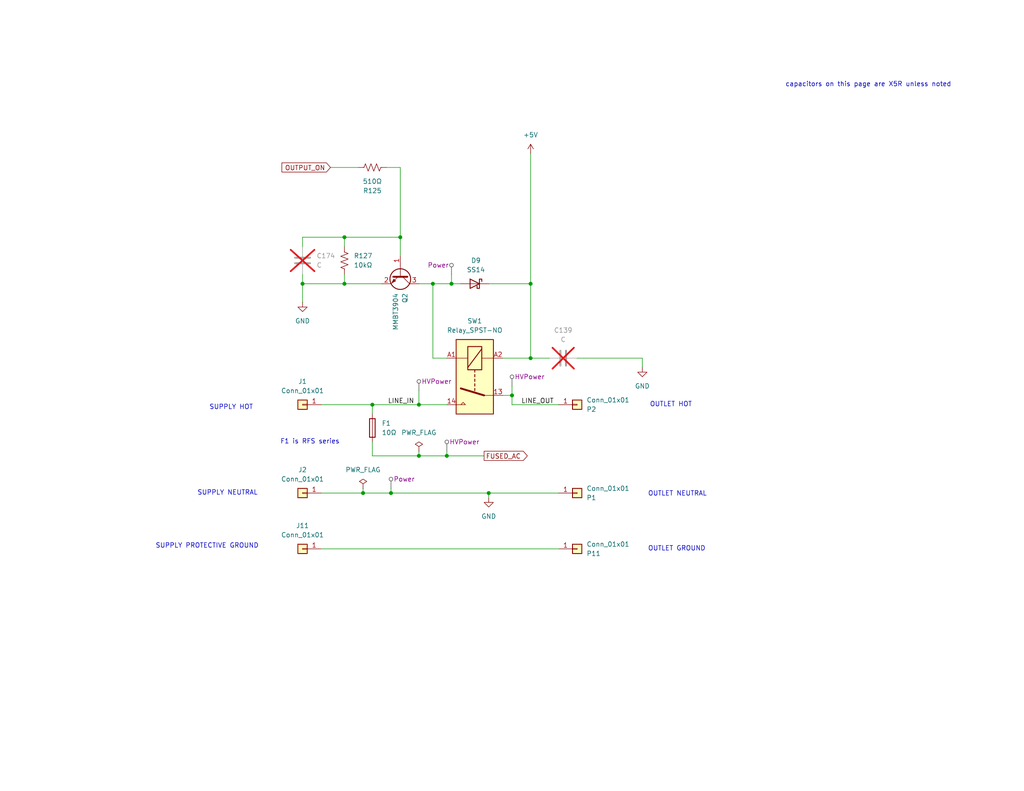
<source format=kicad_sch>
(kicad_sch (version 20250114) (generator "eeschema") (generator_version "9.0")
  (paper "USLetter")
  (title_block (title "T smart switched power outlet"))
  (lib_symbols
    (symbol "Connector_Generic:Conn_01x01" (pin_names (offset 1.016) (hide yes))
      (property "Reference" "J" (at 0 2.54 0))
      (property "Value" "Conn_01x01" (at 0 -2.54 0))
      (symbol "Conn_01x01_1_1"
        (rectangle (start -1.27 1.27) (end 1.27 -1.27) (stroke (width 0.254)) (fill (type background)))
        (rectangle (start -1.27 0.127) (end 0 -0.127) (stroke (width 0.1524)))
        (pin passive line (at -5.08 0 0) (length 3.81) (name "Pin_1") (number "1"))
      )
    )
    (symbol "Device:C" (pin_numbers (hide yes)) (pin_names (offset 0.254))
      (property "Reference" "C" (at 0.635 2.54 0))
      (property "Value" "C" (at 0.635 -2.54 0))
      (symbol "C_0_1"
        (polyline (pts (xy -2.032 0.762) (xy 2.032 0.762)) (stroke (width 0.508)))
        (polyline (pts (xy -2.032 -0.762) (xy 2.032 -0.762)) (stroke (width 0.508)))
      )
      (symbol "C_1_1"
        (pin passive line (at 0 3.81 270) (length 2.794) (name "~") (number "1"))
        (pin passive line (at 0 -3.81 90) (length 2.794) (name "~") (number "2"))
      )
    )
    (symbol "Device:D_Schottky" (pin_numbers (hide yes)) (pin_names (offset 1.016) (hide yes))
      (property "Reference" "D" (at 0 2.54 0))
      (property "Value" "D_Schottky" (at 0 -2.54 0))
      (symbol "D_Schottky_0_1"
        (polyline (pts (xy -1.905 0.635) (xy -1.905 1.27) (xy -1.27 1.27) (xy -1.27 -1.27) (xy -0.635 -1.27) (xy -0.635 -0.635)) (stroke (width 0.254)))
        (polyline (pts (xy 1.27 1.27) (xy 1.27 -1.27) (xy -1.27 0) (xy 1.27 1.27)) (stroke (width 0.254)))
        (polyline (pts (xy 1.27 0) (xy -1.27 0)))
      )
      (symbol "D_Schottky_1_1"
        (pin passive line (at -3.81 0 0) (length 2.54) (name "K") (number "1"))
        (pin passive line (at 3.81 0 180) (length 2.54) (name "A") (number "2"))
      )
    )
    (symbol "Device:Fuse" (pin_numbers (hide yes)) (pin_names (offset 0))
      (property "Reference" "F" (at 2.032 0 90))
      (property "Value" "Fuse" (at -1.905 0 90))
      (symbol "Fuse_0_1"
        (rectangle (start -0.762 -2.54) (end 0.762 2.54) (stroke (width 0.254)))
        (polyline (pts (xy 0 2.54) (xy 0 -2.54)))
      )
      (symbol "Fuse_1_1"
        (pin passive line (at 0 3.81 270) (length 1.27) (name "~") (number "1"))
        (pin passive line (at 0 -3.81 90) (length 1.27) (name "~") (number "2"))
      )
    )
    (symbol "Device:R_US" (pin_numbers (hide yes)) (pin_names (offset 0))
      (property "Reference" "R" (at 2.54 0 90))
      (property "Value" "R_US" (at -2.54 0 90))
      (symbol "R_US_0_1"
        (polyline (pts (xy 0 2.286) (xy 0 2.54)))
        (polyline (pts (xy 0 2.286) (xy 1.016 1.905) (xy 0 1.524) (xy -1.016 1.143) (xy 0 0.762)))
        (polyline (pts (xy 0 0.762) (xy 1.016 0.381) (xy 0 0) (xy -1.016 -0.381) (xy 0 -0.762)))
        (polyline (pts (xy 0 -0.762) (xy 1.016 -1.143) (xy 0 -1.524) (xy -1.016 -1.905) (xy 0 -2.286)))
        (polyline (pts (xy 0 -2.286) (xy 0 -2.54)))
      )
      (symbol "R_US_1_1"
        (pin passive line (at 0 3.81 270) (length 1.27) (name "~") (number "1"))
        (pin passive line (at 0 -3.81 90) (length 1.27) (name "~") (number "2"))
      )
    )
    (symbol "Relay:Relay_SPST-NO"
      (property "Reference" "K" (at 11.43 3.81 0))
      (property "Value" "Relay_SPST-NO" (at 11.43 1.27 0))
      (symbol "Relay_SPST-NO_0_0"
        (polyline (pts (xy 7.62 5.08) (xy 7.62 2.54) (xy 6.985 3.175) (xy 7.62 3.81)))
      )
      (symbol "Relay_SPST-NO_0_1"
        (rectangle (start -10.16 5.08) (end 10.16 -5.08) (stroke (width 0.254)) (fill (type background)))
        (rectangle (start -8.255 1.905) (end -1.905 -1.905) (stroke (width 0.254)))
        (polyline (pts (xy -7.62 -1.905) (xy -2.54 1.905)) (stroke (width 0.254)))
        (polyline (pts (xy -5.08 5.08) (xy -5.08 1.905)))
        (polyline (pts (xy -5.08 -5.08) (xy -5.08 -1.905)))
        (polyline (pts (xy -1.905 0) (xy -1.27 0)) (stroke (width 0.254)))
        (polyline (pts (xy -0.635 0) (xy 0 0)) (stroke (width 0.254)))
        (polyline (pts (xy 0.635 0) (xy 1.27 0)) (stroke (width 0.254)))
        (polyline (pts (xy 1.905 0) (xy 2.54 0)) (stroke (width 0.254)))
        (polyline (pts (xy 3.175 0) (xy 3.81 0)) (stroke (width 0.254)))
        (polyline (pts (xy 5.08 -2.54) (xy 3.175 3.81)) (stroke (width 0.508)))
        (polyline (pts (xy 5.08 -2.54) (xy 5.08 -5.08)))
      )
      (symbol "Relay_SPST-NO_1_1"
        (pin passive line (at -5.08 7.62 270) (length 2.54) (name "~") (number "A1"))
        (pin passive line (at -5.08 -7.62 90) (length 2.54) (name "~") (number "A2"))
        (pin passive line (at 5.08 -7.62 90) (length 2.54) (name "~") (number "13"))
        (pin passive line (at 7.62 7.62 270) (length 2.54) (name "~") (number "14"))
      )
    )
    (symbol "Transistor_BJT:MMBT3904" (pin_names (offset 0) (hide yes))
      (property "Reference" "Q" (at 5.08 1.905 0))
      (property "Value" "MMBT3904" (at 5.08 0 0))
      (symbol "MMBT3904_0_1"
        (polyline (pts (xy -2.54 0) (xy 0.635 0)))
        (polyline (pts (xy 0.635 1.905) (xy 0.635 -1.905)) (stroke (width 0.508)))
        (circle (center 1.27 0) (radius 2.8194) (stroke (width 0.254)))
      )
      (symbol "MMBT3904_1_1"
        (polyline (pts (xy 0.635 0.635) (xy 2.54 2.54)))
        (polyline (pts (xy 0.635 -0.635) (xy 2.54 -2.54)))
        (polyline (pts (xy 1.27 -1.778) (xy 1.778 -1.27) (xy 2.286 -2.286) (xy 1.27 -1.778)) (fill (type outline)))
        (pin input line (at -5.08 0 0) (length 2.54) (name "B") (number "1"))
        (pin passive line (at 2.54 5.08 270) (length 2.54) (name "C") (number "3"))
        (pin passive line (at 2.54 -5.08 90) (length 2.54) (name "E") (number "2"))
      )
    )
    (symbol "power:+5V" (power) (pin_numbers (hide yes)) (pin_names (offset 0) (hide yes))
      (property "Value" "+5V" (at 0 3.556 0))
      (symbol "+5V_0_1"
        (polyline (pts (xy -0.762 1.27) (xy 0 2.54)))
        (polyline (pts (xy 0 2.54) (xy 0.762 1.27)))
        (polyline (pts (xy 0 0) (xy 0 2.54)))
      )
      (symbol "+5V_1_1"
        (pin power_in line (at 0 0 90) (length 0) (name "~") (number "1"))
      )
    )
    (symbol "power:GND" (power) (pin_numbers (hide yes)) (pin_names (offset 0) (hide yes))
      (property "Value" "GND" (at 0 -3.81 0))
      (symbol "GND_0_1"
        (polyline (pts (xy 0 0) (xy 0 -1.27) (xy 1.27 -1.27) (xy 0 -2.54) (xy -1.27 -1.27) (xy 0 -1.27)))
      )
      (symbol "GND_1_1"
        (pin power_in line (at 0 0 270) (length 0) (name "~") (number "1"))
      )
    )
    (symbol "power:PWR_FLAG" (power) (pin_numbers (hide yes)) (pin_names (offset 0) (hide yes))
      (property "Value" "PWR_FLAG" (at 0 3.81 0))
      (symbol "PWR_FLAG_0_0"
        (pin power_out line (at 0 0 90) (length 0) (name "~") (number "1"))
      )
      (symbol "PWR_FLAG_0_1"
        (polyline (pts (xy 0 0) (xy 0 1.27) (xy -1.016 1.905) (xy 0 2.54) (xy 1.016 1.905) (xy 0 1.27)))
      )
    )
  )
  (text "SUPPLY NEUTRAL" (at 70.358 134.62 0) (effects (font (size 1.27 1.27)) (justify right)))
  (text "F1 is RFS series" (at 84.582 120.65 0) (effects (font (size 1.27 1.27))))
  (text "OUTLET GROUND" (at 176.784 149.86 0) (effects (font (size 1.27 1.27)) (justify left)))
  (text "OUTLET NEUTRAL" (at 176.784 134.874 0) (effects (font (size 1.27 1.27)) (justify left)))
  (text "SUPPLY HOT" (at 69.088 111.252 0) (effects (font (size 1.27 1.27)) (justify right)))
  (text "SUPPLY PROTECTIVE GROUND" (at 70.612 149.098 0) (effects (font (size 1.27 1.27)) (justify right)))
  (text "OUTLET HOT" (at 177.292 110.49 0) (effects (font (size 1.27 1.27)) (justify left)))
  (text "capacitors on this page are X5R unless noted" (at 259.588 23.114 0) (effects (font (size 1.27 1.27)) (justify right)))
  (junction (at 82.55 77.47))
  (junction (at 109.22 64.77))
  (junction (at 144.78 97.79))
  (junction (at 114.3 124.46))
  (junction (at 93.98 64.77))
  (junction (at 93.98 77.47))
  (junction (at 144.78 77.47))
  (junction (at 133.35 134.62))
  (junction (at 118.11 77.47))
  (junction (at 121.92 124.46))
  (junction (at 106.68 134.62))
  (junction (at 139.7 107.95))
  (junction (at 114.3 110.49))
  (junction (at 101.6 110.49))
  (junction (at 123.19 77.47))
  (junction (at 99.06 134.62))
  (wire (pts (xy 144.78 41.91) (xy 144.78 77.47)))
  (wire (pts (xy 149.86 97.79) (xy 144.78 97.79)))
  (wire (pts (xy 87.63 149.86) (xy 152.4 149.86)))
  (wire (pts (xy 139.7 105.41) (xy 139.7 107.95)))
  (wire (pts (xy 93.98 64.77) (xy 82.55 64.77)))
  (wire (pts (xy 118.11 77.47) (xy 123.19 77.47)))
  (wire (pts (xy 114.3 123.19) (xy 114.3 124.46)))
  (wire (pts (xy 93.98 64.77) (xy 109.22 64.77)))
  (wire (pts (xy 114.3 106.68) (xy 114.3 110.49)))
  (wire (pts (xy 93.98 64.77) (xy 93.98 67.31)))
  (wire (pts (xy 133.35 134.62) (xy 133.35 135.89)))
  (wire (pts (xy 93.98 74.93) (xy 93.98 77.47)))
  (wire (pts (xy 105.41 45.72) (xy 109.22 45.72)))
  (wire (pts (xy 99.06 133.35) (xy 99.06 134.62)))
  (wire (pts (xy 175.26 97.79) (xy 175.26 100.33)))
  (wire (pts (xy 93.98 77.47) (xy 104.14 77.47)))
  (wire (pts (xy 118.11 97.79) (xy 121.92 97.79)))
  (wire (pts (xy 133.35 134.62) (xy 152.4 134.62)))
  (wire (pts (xy 121.92 123.19) (xy 121.92 124.46)))
  (wire (pts (xy 132.08 124.46) (xy 121.92 124.46)))
  (wire (pts (xy 101.6 110.49) (xy 101.6 113.03)))
  (wire (pts (xy 106.68 133.35) (xy 106.68 134.62)))
  (wire (pts (xy 144.78 77.47) (xy 133.35 77.47)))
  (wire (pts (xy 101.6 124.46) (xy 114.3 124.46)))
  (wire (pts (xy 99.06 134.62) (xy 106.68 134.62)))
  (wire (pts (xy 106.68 134.62) (xy 133.35 134.62)))
  (wire (pts (xy 82.55 77.47) (xy 82.55 82.55)))
  (wire (pts (xy 93.98 77.47) (xy 82.55 77.47)))
  (wire (pts (xy 137.16 107.95) (xy 139.7 107.95)))
  (wire (pts (xy 118.11 77.47) (xy 118.11 97.79)))
  (wire (pts (xy 139.7 110.49) (xy 152.4 110.49)))
  (wire (pts (xy 90.17 45.72) (xy 97.79 45.72)))
  (wire (pts (xy 123.19 77.47) (xy 125.73 77.47)))
  (wire (pts (xy 144.78 77.47) (xy 144.78 97.79)))
  (wire (pts (xy 101.6 110.49) (xy 114.3 110.49)))
  (wire (pts (xy 139.7 110.49) (xy 139.7 107.95)))
  (wire (pts (xy 114.3 110.49) (xy 121.92 110.49)))
  (wire (pts (xy 123.19 74.93) (xy 123.19 77.47)))
  (wire (pts (xy 82.55 67.31) (xy 82.55 64.77)))
  (wire (pts (xy 114.3 77.47) (xy 118.11 77.47)))
  (wire (pts (xy 109.22 45.72) (xy 109.22 64.77)))
  (wire (pts (xy 87.63 110.49) (xy 101.6 110.49)))
  (wire (pts (xy 101.6 120.65) (xy 101.6 124.46)))
  (wire (pts (xy 109.22 64.77) (xy 109.22 69.85)))
  (wire (pts (xy 175.26 97.79) (xy 157.48 97.79)))
  (wire (pts (xy 87.63 134.62) (xy 99.06 134.62)))
  (wire (pts (xy 121.92 124.46) (xy 114.3 124.46)))
  (wire (pts (xy 82.55 77.47) (xy 82.55 74.93)))
  (wire (pts (xy 144.78 97.79) (xy 137.16 97.79)))
  (label "LINE_OUT" (at 151.13 110.49 180))
  (label "LINE_IN" (at 113.03 110.49 180))
  (global_label "FUSED_AC" (shape output) (at 132.08 124.46 0) (property "Intersheetrefs" "${INTERSHEET_REFS}" (effects (hide yes))))
  (global_label "OUTPUT_ON" (shape input) (at 90.17 45.72 180) (property "Intersheetrefs" "${INTERSHEET_REFS}" (effects (hide yes))))
  (netclass_flag "" (length 2.54) (shape round) (at 121.92 123.19 0) (property "Netclass" "HVPower" (at 122.6185 120.65 0) (effects (justify left))))
  (netclass_flag "" (length 2.54) (shape round) (at 106.68 133.35 0) (property "Netclass" "Power" (at 107.3785 130.81 0) (effects (justify left))))
  (netclass_flag "" (length 2.54) (shape round) (at 123.19 74.93 0) (property "Netclass" "Power" (at 122.4915 72.39 0) (effects (justify right))))
  (netclass_flag "" (length 2.54) (shape round) (at 139.7 105.41 0) (property "Netclass" "HVPower" (at 140.3985 102.87 0) (effects (justify left))))
  (netclass_flag "" (length 2.54) (shape round) (at 114.3 106.68 0) (property "Netclass" "HVPower" (at 114.9985 104.14 0) (effects (justify left))))
  (symbol (lib_id "Device:R_US") (at 101.6 45.72 270) (unit 1)
    (property "Reference" "R125" (at 101.6 52.07 90))
    (property "Value" "510Ω" (at 101.6 49.53 90))
    (property "Footprint" "Resistor_SMD:R_0603_1608Metric" (effects (hide yes)))
    (property "Description" "Resistor, US symbol" (effects (hide yes)))
  )
  (symbol (lib_id "Connector_Generic:Conn_01x01") (at 157.48 110.49 0) (mirror x) (unit 1)
    (property "Reference" "P2" (at 160.02 111.7601 0) (effects (justify left)))
    (property "Value" "Conn_01x01" (at 160.02 109.2201 0) (effects (justify left)))
    (property "Footprint" "designfootprints:NEMA_5R_slot" (effects (hide yes)))
    (property "Description" "Generic connector, single row, 01x01, script generated (kicad-library-utils/schlib/autogen/connector/)" (effects (hide yes)))
  )
  (symbol (lib_id "Device:C") (at 82.55 71.12 0) (unit 1) (dnp yes)
    (property "Reference" "C174" (at 86.36 69.8499 0) (effects (justify left)))
    (property "Value" "C" (at 86.36 72.3899 0) (effects (justify left)))
    (property "Footprint" "Capacitor_SMD:C_0603_1608Metric" (effects (hide yes)))
    (property "Description" "Unpolarized capacitor" (effects (hide yes)))
  )
  (symbol (lib_id "power:PWR_FLAG") (at 99.06 133.35 0) (unit 1)
    (property "Reference" "#FLG02" (effects (hide yes)))
    (property "Value" "PWR_FLAG" (at 99.06 128.27 0))
    (property "Description" "Special symbol for telling ERC where power comes from" (effects (hide yes)))
  )
  (symbol (lib_id "Device:D_Schottky") (at 129.54 77.47 0) (mirror y) (unit 1)
    (property "Reference" "D9" (at 129.8575 71.12 0))
    (property "Value" "SS14" (at 129.8575 73.66 0))
    (property "Footprint" "Diode_SMD:D_SOD-123F" (effects (hide yes)))
    (property "Description" "Schottky diode" (effects (hide yes)))
  )
  (symbol (lib_id "Connector_Generic:Conn_01x01") (at 82.55 110.49 180) (unit 1)
    (property "Reference" "J1" (at 82.55 104.14 0))
    (property "Value" "Conn_01x01" (at 82.55 106.68 0))
    (property "Footprint" "designfootprints:NEMA_5P_pin" (effects (hide yes)))
    (property "Description" "Generic connector, single row, 01x01, script generated (kicad-library-utils/schlib/autogen/connector/)" (effects (hide yes)))
  )
  (symbol (lib_id "power:GND") (at 82.55 82.55 0) (unit 1)
    (property "Reference" "#PWR01" (effects (hide yes)))
    (property "Value" "GND" (at 82.55 87.63 0))
    (property "Description" "Power symbol creates a global label with name \"GND\" , ground" (effects (hide yes)))
  )
  (symbol (lib_id "power:+5V") (at 144.78 41.91 0) (mirror y) (unit 1)
    (property "Reference" "#PWR02" (effects (hide yes)))
    (property "Value" "+5V" (at 144.78 36.83 0))
    (property "Description" "Power symbol creates a global label with name \"+5V\"" (effects (hide yes)))
  )
  (symbol (lib_id "Device:R_US") (at 93.98 71.12 180) (unit 1)
    (property "Reference" "R127" (at 96.52 69.8499 0) (effects (justify right)))
    (property "Value" "10kΩ" (at 96.52 72.3899 0) (effects (justify right)))
    (property "Footprint" "Resistor_SMD:R_0603_1608Metric" (effects (hide yes)))
    (property "Description" "Resistor, US symbol" (effects (hide yes)))
  )
  (symbol (lib_id "power:GND") (at 133.35 135.89 0) (unit 1)
    (property "Reference" "#PWR04" (effects (hide yes)))
    (property "Value" "GND" (at 133.35 140.97 0))
    (property "Description" "Power symbol creates a global label with name \"GND\" , ground" (effects (hide yes)))
  )
  (symbol (lib_id "Device:Fuse") (at 101.6 116.84 0) (unit 1)
    (property "Reference" "F1" (at 104.14 115.5699 0) (effects (justify left)))
    (property "Value" "10Ω" (at 104.14 118.1099 0) (effects (justify left)))
    (property "Footprint" "Resistor_THT:R_Axial_DIN0411_L9.9mm_D3.6mm_P5.08mm_Vertical" (effects (hide yes)))
    (property "Datasheet" "https://www.vitrohm.com/content/files/vitrohm-rfs-wirewound-fusible-resistor-datasheet.pdf" (effects (hide yes)))
    (property "Description" "Fuse" (effects (hide yes)))
  )
  (symbol (lib_id "Relay:Relay_SPST-NO") (at 129.54 102.87 90) (mirror x) (unit 1)
    (property "Reference" "SW1" (at 129.54 87.63 90))
    (property "Value" "Relay_SPST-NO" (at 129.54 90.17 90))
    (property "Footprint" "designfootprints:Relay_SPST_Churod_A16" (effects (hide yes)))
    (property "Datasheet" "https://www.churodamericas.com/wp-content/uploads/2021/06/a16-series.pdf" (effects (hide yes)))
    (property "Description" "Relay SPST, normally open, EN50005" (effects (hide yes)))
  )
  (symbol (lib_id "power:PWR_FLAG") (at 114.3 123.19 0) (unit 1)
    (property "Reference" "#FLG03" (effects (hide yes)))
    (property "Value" "PWR_FLAG" (at 114.3 118.11 0))
    (property "Description" "Special symbol for telling ERC where power comes from" (effects (hide yes)))
  )
  (symbol (lib_id "Connector_Generic:Conn_01x01") (at 157.48 149.86 0) (mirror x) (unit 1) (on_board no)
    (property "Reference" "P11" (at 160.02 151.1301 0) (effects (justify left)))
    (property "Value" "Conn_01x01" (at 160.02 148.5901 0) (effects (justify left)))
    (property "Footprint" "Connector_PinHeader_1.00mm:PinHeader_1x01_P1.00mm_Vertical" (effects (hide yes)))
    (property "Description" "Generic connector, single row, 01x01, script generated (kicad-library-utils/schlib/autogen/connector/)" (effects (hide yes)))
  )
  (symbol (lib_id "Transistor_BJT:MMBT3904") (at 109.22 74.93 270) (unit 1)
    (property "Reference" "Q2" (at 110.4901 80.01 0) (effects (justify left)))
    (property "Value" "MMBT3904" (at 107.9501 80.01 0) (effects (justify left)))
    (property "Footprint" "Package_TO_SOT_SMD:SOT-23" (effects (hide yes)))
    (property "Datasheet" "https://www.onsemi.com/pdf/datasheet/pzt3904-d.pdf" (effects (hide yes)))
    (property "Description" "0.2A Ic, 40V Vce, Small Signal NPN Transistor, SOT-23" (effects (hide yes)))
  )
  (symbol (lib_id "Connector_Generic:Conn_01x01") (at 82.55 149.86 180) (unit 1) (on_board no)
    (property "Reference" "J11" (at 82.55 143.51 0))
    (property "Value" "Conn_01x01" (at 82.55 146.05 0))
    (property "Footprint" "Connector_PinHeader_1.00mm:PinHeader_1x01_P1.00mm_Vertical" (effects (hide yes)))
    (property "Description" "Generic connector, single row, 01x01, script generated (kicad-library-utils/schlib/autogen/connector/)" (effects (hide yes)))
  )
  (symbol (lib_id "Device:C") (at 153.67 97.79 270) (mirror x) (unit 1) (dnp yes)
    (property "Reference" "C139" (at 153.67 90.17 90))
    (property "Value" "C" (at 153.67 92.71 90))
    (property "Footprint" "Capacitor_SMD:C_0805_2012Metric" (effects (hide yes)))
    (property "Description" "Unpolarized capacitor" (effects (hide yes)))
  )
  (symbol (lib_id "Connector_Generic:Conn_01x01") (at 82.55 134.62 180) (unit 1)
    (property "Reference" "J2" (at 82.55 128.27 0))
    (property "Value" "Conn_01x01" (at 82.55 130.81 0))
    (property "Footprint" "designfootprints:NEMA_5P_pin" (effects (hide yes)))
    (property "Description" "Generic connector, single row, 01x01, script generated (kicad-library-utils/schlib/autogen/connector/)" (effects (hide yes)))
  )
  (symbol (lib_id "Connector_Generic:Conn_01x01") (at 157.48 134.62 0) (mirror x) (unit 1)
    (property "Reference" "P1" (at 160.02 135.8901 0) (effects (justify left)))
    (property "Value" "Conn_01x01" (at 160.02 133.3501 0) (effects (justify left)))
    (property "Footprint" "designfootprints:NEMA_5R_slot" (effects (hide yes)))
    (property "Description" "Generic connector, single row, 01x01, script generated (kicad-library-utils/schlib/autogen/connector/)" (effects (hide yes)))
  )
  (symbol (lib_id "power:GND") (at 175.26 100.33 0) (mirror y) (unit 1)
    (property "Reference" "#PWR09" (effects (hide yes)))
    (property "Value" "GND" (at 175.26 105.41 0))
    (property "Description" "Power symbol creates a global label with name \"GND\" , ground" (effects (hide yes)))
  )
)
</source>
